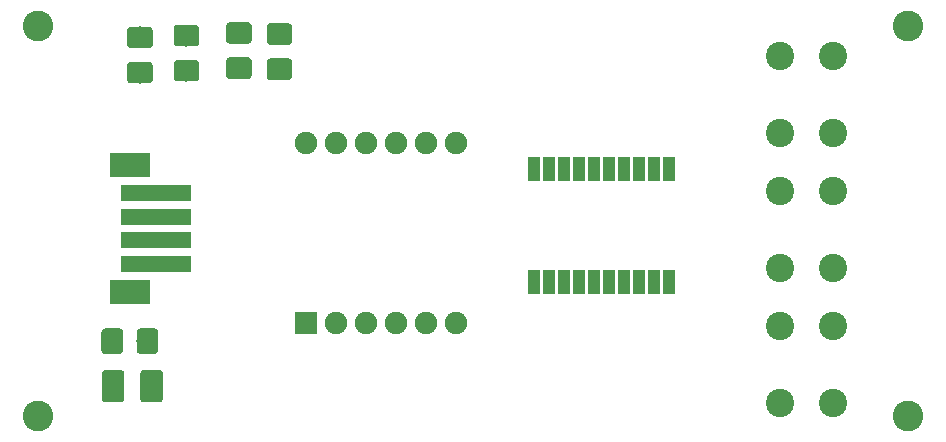
<source format=gbr>
G04 #@! TF.GenerationSoftware,KiCad,Pcbnew,5.0.0+dfsg1-2~bpo9+1*
G04 #@! TF.CreationDate,2018-09-21T22:54:25+03:00*
G04 #@! TF.ProjectId,client,636C69656E742E6B696361645F706362,rev?*
G04 #@! TF.SameCoordinates,Original*
G04 #@! TF.FileFunction,Soldermask,Bot*
G04 #@! TF.FilePolarity,Negative*
%FSLAX46Y46*%
G04 Gerber Fmt 4.6, Leading zero omitted, Abs format (unit mm)*
G04 Created by KiCad (PCBNEW 5.0.0+dfsg1-2~bpo9+1) date Fri Sep 21 22:54:25 2018*
%MOMM*%
%LPD*%
G01*
G04 APERTURE LIST*
%ADD10C,0.100000*%
%ADD11C,1.825000*%
%ADD12C,1.900000*%
%ADD13R,3.400000X2.000000*%
%ADD14R,5.900000X1.400000*%
%ADD15C,2.400000*%
%ADD16R,1.098500X1.997660*%
%ADD17R,1.900000X1.900000*%
%ADD18C,2.600000*%
G04 APERTURE END LIST*
D10*
G04 #@! TO.C,C4*
G36*
X102605207Y-61156542D02*
X102636287Y-61161152D01*
X102666766Y-61168787D01*
X102696350Y-61179372D01*
X102724754Y-61192806D01*
X102751704Y-61208959D01*
X102776942Y-61227677D01*
X102800223Y-61248777D01*
X102821323Y-61272058D01*
X102840041Y-61297296D01*
X102856194Y-61324246D01*
X102869628Y-61352650D01*
X102880213Y-61382234D01*
X102887848Y-61412713D01*
X102892458Y-61443793D01*
X102894000Y-61475176D01*
X102894000Y-62984824D01*
X102892458Y-63016207D01*
X102887848Y-63047287D01*
X102880213Y-63077766D01*
X102869628Y-63107350D01*
X102856194Y-63135754D01*
X102840041Y-63162704D01*
X102821323Y-63187942D01*
X102800223Y-63211223D01*
X102776942Y-63232323D01*
X102751704Y-63251041D01*
X102724754Y-63267194D01*
X102696350Y-63280628D01*
X102666766Y-63291213D01*
X102636287Y-63298848D01*
X102605207Y-63303458D01*
X102573824Y-63305000D01*
X101389176Y-63305000D01*
X101357793Y-63303458D01*
X101326713Y-63298848D01*
X101296234Y-63291213D01*
X101266650Y-63280628D01*
X101238246Y-63267194D01*
X101211296Y-63251041D01*
X101186058Y-63232323D01*
X101162777Y-63211223D01*
X101141677Y-63187942D01*
X101122959Y-63162704D01*
X101106806Y-63135754D01*
X101093372Y-63107350D01*
X101082787Y-63077766D01*
X101075152Y-63047287D01*
X101070542Y-63016207D01*
X101069000Y-62984824D01*
X101069000Y-61475176D01*
X101070542Y-61443793D01*
X101075152Y-61412713D01*
X101082787Y-61382234D01*
X101093372Y-61352650D01*
X101106806Y-61324246D01*
X101122959Y-61297296D01*
X101141677Y-61272058D01*
X101162777Y-61248777D01*
X101186058Y-61227677D01*
X101211296Y-61208959D01*
X101238246Y-61192806D01*
X101266650Y-61179372D01*
X101296234Y-61168787D01*
X101326713Y-61161152D01*
X101357793Y-61156542D01*
X101389176Y-61155000D01*
X102573824Y-61155000D01*
X102605207Y-61156542D01*
X102605207Y-61156542D01*
G37*
D11*
X101981500Y-62230000D03*
D10*
G36*
X99630207Y-61156542D02*
X99661287Y-61161152D01*
X99691766Y-61168787D01*
X99721350Y-61179372D01*
X99749754Y-61192806D01*
X99776704Y-61208959D01*
X99801942Y-61227677D01*
X99825223Y-61248777D01*
X99846323Y-61272058D01*
X99865041Y-61297296D01*
X99881194Y-61324246D01*
X99894628Y-61352650D01*
X99905213Y-61382234D01*
X99912848Y-61412713D01*
X99917458Y-61443793D01*
X99919000Y-61475176D01*
X99919000Y-62984824D01*
X99917458Y-63016207D01*
X99912848Y-63047287D01*
X99905213Y-63077766D01*
X99894628Y-63107350D01*
X99881194Y-63135754D01*
X99865041Y-63162704D01*
X99846323Y-63187942D01*
X99825223Y-63211223D01*
X99801942Y-63232323D01*
X99776704Y-63251041D01*
X99749754Y-63267194D01*
X99721350Y-63280628D01*
X99691766Y-63291213D01*
X99661287Y-63298848D01*
X99630207Y-63303458D01*
X99598824Y-63305000D01*
X98414176Y-63305000D01*
X98382793Y-63303458D01*
X98351713Y-63298848D01*
X98321234Y-63291213D01*
X98291650Y-63280628D01*
X98263246Y-63267194D01*
X98236296Y-63251041D01*
X98211058Y-63232323D01*
X98187777Y-63211223D01*
X98166677Y-63187942D01*
X98147959Y-63162704D01*
X98131806Y-63135754D01*
X98118372Y-63107350D01*
X98107787Y-63077766D01*
X98100152Y-63047287D01*
X98095542Y-63016207D01*
X98094000Y-62984824D01*
X98094000Y-61475176D01*
X98095542Y-61443793D01*
X98100152Y-61412713D01*
X98107787Y-61382234D01*
X98118372Y-61352650D01*
X98131806Y-61324246D01*
X98147959Y-61297296D01*
X98166677Y-61272058D01*
X98187777Y-61248777D01*
X98211058Y-61227677D01*
X98236296Y-61208959D01*
X98263246Y-61192806D01*
X98291650Y-61179372D01*
X98321234Y-61168787D01*
X98351713Y-61161152D01*
X98382793Y-61156542D01*
X98414176Y-61155000D01*
X99598824Y-61155000D01*
X99630207Y-61156542D01*
X99630207Y-61156542D01*
G37*
D11*
X99006500Y-62230000D03*
G04 #@! TD*
D10*
G04 #@! TO.C,C1*
G36*
X110514207Y-35230042D02*
X110545287Y-35234652D01*
X110575766Y-35242287D01*
X110605350Y-35252872D01*
X110633754Y-35266306D01*
X110660704Y-35282459D01*
X110685942Y-35301177D01*
X110709223Y-35322277D01*
X110730323Y-35345558D01*
X110749041Y-35370796D01*
X110765194Y-35397746D01*
X110778628Y-35426150D01*
X110789213Y-35455734D01*
X110796848Y-35486213D01*
X110801458Y-35517293D01*
X110803000Y-35548676D01*
X110803000Y-36733324D01*
X110801458Y-36764707D01*
X110796848Y-36795787D01*
X110789213Y-36826266D01*
X110778628Y-36855850D01*
X110765194Y-36884254D01*
X110749041Y-36911204D01*
X110730323Y-36936442D01*
X110709223Y-36959723D01*
X110685942Y-36980823D01*
X110660704Y-36999541D01*
X110633754Y-37015694D01*
X110605350Y-37029128D01*
X110575766Y-37039713D01*
X110545287Y-37047348D01*
X110514207Y-37051958D01*
X110482824Y-37053500D01*
X108973176Y-37053500D01*
X108941793Y-37051958D01*
X108910713Y-37047348D01*
X108880234Y-37039713D01*
X108850650Y-37029128D01*
X108822246Y-37015694D01*
X108795296Y-36999541D01*
X108770058Y-36980823D01*
X108746777Y-36959723D01*
X108725677Y-36936442D01*
X108706959Y-36911204D01*
X108690806Y-36884254D01*
X108677372Y-36855850D01*
X108666787Y-36826266D01*
X108659152Y-36795787D01*
X108654542Y-36764707D01*
X108653000Y-36733324D01*
X108653000Y-35548676D01*
X108654542Y-35517293D01*
X108659152Y-35486213D01*
X108666787Y-35455734D01*
X108677372Y-35426150D01*
X108690806Y-35397746D01*
X108706959Y-35370796D01*
X108725677Y-35345558D01*
X108746777Y-35322277D01*
X108770058Y-35301177D01*
X108795296Y-35282459D01*
X108822246Y-35266306D01*
X108850650Y-35252872D01*
X108880234Y-35242287D01*
X108910713Y-35234652D01*
X108941793Y-35230042D01*
X108973176Y-35228500D01*
X110482824Y-35228500D01*
X110514207Y-35230042D01*
X110514207Y-35230042D01*
G37*
D11*
X109728000Y-36141000D03*
D10*
G36*
X110514207Y-38205042D02*
X110545287Y-38209652D01*
X110575766Y-38217287D01*
X110605350Y-38227872D01*
X110633754Y-38241306D01*
X110660704Y-38257459D01*
X110685942Y-38276177D01*
X110709223Y-38297277D01*
X110730323Y-38320558D01*
X110749041Y-38345796D01*
X110765194Y-38372746D01*
X110778628Y-38401150D01*
X110789213Y-38430734D01*
X110796848Y-38461213D01*
X110801458Y-38492293D01*
X110803000Y-38523676D01*
X110803000Y-39708324D01*
X110801458Y-39739707D01*
X110796848Y-39770787D01*
X110789213Y-39801266D01*
X110778628Y-39830850D01*
X110765194Y-39859254D01*
X110749041Y-39886204D01*
X110730323Y-39911442D01*
X110709223Y-39934723D01*
X110685942Y-39955823D01*
X110660704Y-39974541D01*
X110633754Y-39990694D01*
X110605350Y-40004128D01*
X110575766Y-40014713D01*
X110545287Y-40022348D01*
X110514207Y-40026958D01*
X110482824Y-40028500D01*
X108973176Y-40028500D01*
X108941793Y-40026958D01*
X108910713Y-40022348D01*
X108880234Y-40014713D01*
X108850650Y-40004128D01*
X108822246Y-39990694D01*
X108795296Y-39974541D01*
X108770058Y-39955823D01*
X108746777Y-39934723D01*
X108725677Y-39911442D01*
X108706959Y-39886204D01*
X108690806Y-39859254D01*
X108677372Y-39830850D01*
X108666787Y-39801266D01*
X108659152Y-39770787D01*
X108654542Y-39739707D01*
X108653000Y-39708324D01*
X108653000Y-38523676D01*
X108654542Y-38492293D01*
X108659152Y-38461213D01*
X108666787Y-38430734D01*
X108677372Y-38401150D01*
X108690806Y-38372746D01*
X108706959Y-38345796D01*
X108725677Y-38320558D01*
X108746777Y-38297277D01*
X108770058Y-38276177D01*
X108795296Y-38257459D01*
X108822246Y-38241306D01*
X108850650Y-38227872D01*
X108880234Y-38217287D01*
X108910713Y-38209652D01*
X108941793Y-38205042D01*
X108973176Y-38203500D01*
X110482824Y-38203500D01*
X110514207Y-38205042D01*
X110514207Y-38205042D01*
G37*
D11*
X109728000Y-39116000D03*
G04 #@! TD*
D10*
G04 #@! TO.C,C2*
G36*
X102132207Y-35611042D02*
X102163287Y-35615652D01*
X102193766Y-35623287D01*
X102223350Y-35633872D01*
X102251754Y-35647306D01*
X102278704Y-35663459D01*
X102303942Y-35682177D01*
X102327223Y-35703277D01*
X102348323Y-35726558D01*
X102367041Y-35751796D01*
X102383194Y-35778746D01*
X102396628Y-35807150D01*
X102407213Y-35836734D01*
X102414848Y-35867213D01*
X102419458Y-35898293D01*
X102421000Y-35929676D01*
X102421000Y-37114324D01*
X102419458Y-37145707D01*
X102414848Y-37176787D01*
X102407213Y-37207266D01*
X102396628Y-37236850D01*
X102383194Y-37265254D01*
X102367041Y-37292204D01*
X102348323Y-37317442D01*
X102327223Y-37340723D01*
X102303942Y-37361823D01*
X102278704Y-37380541D01*
X102251754Y-37396694D01*
X102223350Y-37410128D01*
X102193766Y-37420713D01*
X102163287Y-37428348D01*
X102132207Y-37432958D01*
X102100824Y-37434500D01*
X100591176Y-37434500D01*
X100559793Y-37432958D01*
X100528713Y-37428348D01*
X100498234Y-37420713D01*
X100468650Y-37410128D01*
X100440246Y-37396694D01*
X100413296Y-37380541D01*
X100388058Y-37361823D01*
X100364777Y-37340723D01*
X100343677Y-37317442D01*
X100324959Y-37292204D01*
X100308806Y-37265254D01*
X100295372Y-37236850D01*
X100284787Y-37207266D01*
X100277152Y-37176787D01*
X100272542Y-37145707D01*
X100271000Y-37114324D01*
X100271000Y-35929676D01*
X100272542Y-35898293D01*
X100277152Y-35867213D01*
X100284787Y-35836734D01*
X100295372Y-35807150D01*
X100308806Y-35778746D01*
X100324959Y-35751796D01*
X100343677Y-35726558D01*
X100364777Y-35703277D01*
X100388058Y-35682177D01*
X100413296Y-35663459D01*
X100440246Y-35647306D01*
X100468650Y-35633872D01*
X100498234Y-35623287D01*
X100528713Y-35615652D01*
X100559793Y-35611042D01*
X100591176Y-35609500D01*
X102100824Y-35609500D01*
X102132207Y-35611042D01*
X102132207Y-35611042D01*
G37*
D11*
X101346000Y-36522000D03*
D10*
G36*
X102132207Y-38586042D02*
X102163287Y-38590652D01*
X102193766Y-38598287D01*
X102223350Y-38608872D01*
X102251754Y-38622306D01*
X102278704Y-38638459D01*
X102303942Y-38657177D01*
X102327223Y-38678277D01*
X102348323Y-38701558D01*
X102367041Y-38726796D01*
X102383194Y-38753746D01*
X102396628Y-38782150D01*
X102407213Y-38811734D01*
X102414848Y-38842213D01*
X102419458Y-38873293D01*
X102421000Y-38904676D01*
X102421000Y-40089324D01*
X102419458Y-40120707D01*
X102414848Y-40151787D01*
X102407213Y-40182266D01*
X102396628Y-40211850D01*
X102383194Y-40240254D01*
X102367041Y-40267204D01*
X102348323Y-40292442D01*
X102327223Y-40315723D01*
X102303942Y-40336823D01*
X102278704Y-40355541D01*
X102251754Y-40371694D01*
X102223350Y-40385128D01*
X102193766Y-40395713D01*
X102163287Y-40403348D01*
X102132207Y-40407958D01*
X102100824Y-40409500D01*
X100591176Y-40409500D01*
X100559793Y-40407958D01*
X100528713Y-40403348D01*
X100498234Y-40395713D01*
X100468650Y-40385128D01*
X100440246Y-40371694D01*
X100413296Y-40355541D01*
X100388058Y-40336823D01*
X100364777Y-40315723D01*
X100343677Y-40292442D01*
X100324959Y-40267204D01*
X100308806Y-40240254D01*
X100295372Y-40211850D01*
X100284787Y-40182266D01*
X100277152Y-40151787D01*
X100272542Y-40120707D01*
X100271000Y-40089324D01*
X100271000Y-38904676D01*
X100272542Y-38873293D01*
X100277152Y-38842213D01*
X100284787Y-38811734D01*
X100295372Y-38782150D01*
X100308806Y-38753746D01*
X100324959Y-38726796D01*
X100343677Y-38701558D01*
X100364777Y-38678277D01*
X100388058Y-38657177D01*
X100413296Y-38638459D01*
X100440246Y-38622306D01*
X100468650Y-38608872D01*
X100498234Y-38598287D01*
X100528713Y-38590652D01*
X100559793Y-38586042D01*
X100591176Y-38584500D01*
X102100824Y-38584500D01*
X102132207Y-38586042D01*
X102132207Y-38586042D01*
G37*
D11*
X101346000Y-39497000D03*
G04 #@! TD*
D10*
G04 #@! TO.C,C3*
G36*
X103000372Y-64666525D02*
X103031112Y-64671085D01*
X103061257Y-64678636D01*
X103090516Y-64689105D01*
X103118609Y-64702392D01*
X103145264Y-64718368D01*
X103170224Y-64736880D01*
X103193250Y-64757750D01*
X103214120Y-64780776D01*
X103232632Y-64805736D01*
X103248608Y-64832391D01*
X103261895Y-64860484D01*
X103272364Y-64889743D01*
X103279915Y-64919888D01*
X103284475Y-64950628D01*
X103286000Y-64981667D01*
X103286000Y-67098333D01*
X103284475Y-67129372D01*
X103279915Y-67160112D01*
X103272364Y-67190257D01*
X103261895Y-67219516D01*
X103248608Y-67247609D01*
X103232632Y-67274264D01*
X103214120Y-67299224D01*
X103193250Y-67322250D01*
X103170224Y-67343120D01*
X103145264Y-67361632D01*
X103118609Y-67377608D01*
X103090516Y-67390895D01*
X103061257Y-67401364D01*
X103031112Y-67408915D01*
X103000372Y-67413475D01*
X102969333Y-67415000D01*
X101702667Y-67415000D01*
X101671628Y-67413475D01*
X101640888Y-67408915D01*
X101610743Y-67401364D01*
X101581484Y-67390895D01*
X101553391Y-67377608D01*
X101526736Y-67361632D01*
X101501776Y-67343120D01*
X101478750Y-67322250D01*
X101457880Y-67299224D01*
X101439368Y-67274264D01*
X101423392Y-67247609D01*
X101410105Y-67219516D01*
X101399636Y-67190257D01*
X101392085Y-67160112D01*
X101387525Y-67129372D01*
X101386000Y-67098333D01*
X101386000Y-64981667D01*
X101387525Y-64950628D01*
X101392085Y-64919888D01*
X101399636Y-64889743D01*
X101410105Y-64860484D01*
X101423392Y-64832391D01*
X101439368Y-64805736D01*
X101457880Y-64780776D01*
X101478750Y-64757750D01*
X101501776Y-64736880D01*
X101526736Y-64718368D01*
X101553391Y-64702392D01*
X101581484Y-64689105D01*
X101610743Y-64678636D01*
X101640888Y-64671085D01*
X101671628Y-64666525D01*
X101702667Y-64665000D01*
X102969333Y-64665000D01*
X103000372Y-64666525D01*
X103000372Y-64666525D01*
G37*
D12*
X102336000Y-66040000D03*
D10*
G36*
X99750372Y-64666525D02*
X99781112Y-64671085D01*
X99811257Y-64678636D01*
X99840516Y-64689105D01*
X99868609Y-64702392D01*
X99895264Y-64718368D01*
X99920224Y-64736880D01*
X99943250Y-64757750D01*
X99964120Y-64780776D01*
X99982632Y-64805736D01*
X99998608Y-64832391D01*
X100011895Y-64860484D01*
X100022364Y-64889743D01*
X100029915Y-64919888D01*
X100034475Y-64950628D01*
X100036000Y-64981667D01*
X100036000Y-67098333D01*
X100034475Y-67129372D01*
X100029915Y-67160112D01*
X100022364Y-67190257D01*
X100011895Y-67219516D01*
X99998608Y-67247609D01*
X99982632Y-67274264D01*
X99964120Y-67299224D01*
X99943250Y-67322250D01*
X99920224Y-67343120D01*
X99895264Y-67361632D01*
X99868609Y-67377608D01*
X99840516Y-67390895D01*
X99811257Y-67401364D01*
X99781112Y-67408915D01*
X99750372Y-67413475D01*
X99719333Y-67415000D01*
X98452667Y-67415000D01*
X98421628Y-67413475D01*
X98390888Y-67408915D01*
X98360743Y-67401364D01*
X98331484Y-67390895D01*
X98303391Y-67377608D01*
X98276736Y-67361632D01*
X98251776Y-67343120D01*
X98228750Y-67322250D01*
X98207880Y-67299224D01*
X98189368Y-67274264D01*
X98173392Y-67247609D01*
X98160105Y-67219516D01*
X98149636Y-67190257D01*
X98142085Y-67160112D01*
X98137525Y-67129372D01*
X98136000Y-67098333D01*
X98136000Y-64981667D01*
X98137525Y-64950628D01*
X98142085Y-64919888D01*
X98149636Y-64889743D01*
X98160105Y-64860484D01*
X98173392Y-64832391D01*
X98189368Y-64805736D01*
X98207880Y-64780776D01*
X98228750Y-64757750D01*
X98251776Y-64736880D01*
X98276736Y-64718368D01*
X98303391Y-64702392D01*
X98331484Y-64689105D01*
X98360743Y-64678636D01*
X98390888Y-64671085D01*
X98421628Y-64666525D01*
X98452667Y-64665000D01*
X99719333Y-64665000D01*
X99750372Y-64666525D01*
X99750372Y-64666525D01*
G37*
D12*
X99086000Y-66040000D03*
G04 #@! TD*
D13*
G04 #@! TO.C,J1*
X100485000Y-58105000D03*
X100485000Y-47305000D03*
D14*
X102735000Y-55705000D03*
X102735000Y-53705000D03*
X102735000Y-51705000D03*
X102735000Y-49705000D03*
G04 #@! TD*
D10*
G04 #@! TO.C,R1*
G36*
X113943207Y-38295542D02*
X113974287Y-38300152D01*
X114004766Y-38307787D01*
X114034350Y-38318372D01*
X114062754Y-38331806D01*
X114089704Y-38347959D01*
X114114942Y-38366677D01*
X114138223Y-38387777D01*
X114159323Y-38411058D01*
X114178041Y-38436296D01*
X114194194Y-38463246D01*
X114207628Y-38491650D01*
X114218213Y-38521234D01*
X114225848Y-38551713D01*
X114230458Y-38582793D01*
X114232000Y-38614176D01*
X114232000Y-39798824D01*
X114230458Y-39830207D01*
X114225848Y-39861287D01*
X114218213Y-39891766D01*
X114207628Y-39921350D01*
X114194194Y-39949754D01*
X114178041Y-39976704D01*
X114159323Y-40001942D01*
X114138223Y-40025223D01*
X114114942Y-40046323D01*
X114089704Y-40065041D01*
X114062754Y-40081194D01*
X114034350Y-40094628D01*
X114004766Y-40105213D01*
X113974287Y-40112848D01*
X113943207Y-40117458D01*
X113911824Y-40119000D01*
X112402176Y-40119000D01*
X112370793Y-40117458D01*
X112339713Y-40112848D01*
X112309234Y-40105213D01*
X112279650Y-40094628D01*
X112251246Y-40081194D01*
X112224296Y-40065041D01*
X112199058Y-40046323D01*
X112175777Y-40025223D01*
X112154677Y-40001942D01*
X112135959Y-39976704D01*
X112119806Y-39949754D01*
X112106372Y-39921350D01*
X112095787Y-39891766D01*
X112088152Y-39861287D01*
X112083542Y-39830207D01*
X112082000Y-39798824D01*
X112082000Y-38614176D01*
X112083542Y-38582793D01*
X112088152Y-38551713D01*
X112095787Y-38521234D01*
X112106372Y-38491650D01*
X112119806Y-38463246D01*
X112135959Y-38436296D01*
X112154677Y-38411058D01*
X112175777Y-38387777D01*
X112199058Y-38366677D01*
X112224296Y-38347959D01*
X112251246Y-38331806D01*
X112279650Y-38318372D01*
X112309234Y-38307787D01*
X112339713Y-38300152D01*
X112370793Y-38295542D01*
X112402176Y-38294000D01*
X113911824Y-38294000D01*
X113943207Y-38295542D01*
X113943207Y-38295542D01*
G37*
D11*
X113157000Y-39206500D03*
D10*
G36*
X113943207Y-35320542D02*
X113974287Y-35325152D01*
X114004766Y-35332787D01*
X114034350Y-35343372D01*
X114062754Y-35356806D01*
X114089704Y-35372959D01*
X114114942Y-35391677D01*
X114138223Y-35412777D01*
X114159323Y-35436058D01*
X114178041Y-35461296D01*
X114194194Y-35488246D01*
X114207628Y-35516650D01*
X114218213Y-35546234D01*
X114225848Y-35576713D01*
X114230458Y-35607793D01*
X114232000Y-35639176D01*
X114232000Y-36823824D01*
X114230458Y-36855207D01*
X114225848Y-36886287D01*
X114218213Y-36916766D01*
X114207628Y-36946350D01*
X114194194Y-36974754D01*
X114178041Y-37001704D01*
X114159323Y-37026942D01*
X114138223Y-37050223D01*
X114114942Y-37071323D01*
X114089704Y-37090041D01*
X114062754Y-37106194D01*
X114034350Y-37119628D01*
X114004766Y-37130213D01*
X113974287Y-37137848D01*
X113943207Y-37142458D01*
X113911824Y-37144000D01*
X112402176Y-37144000D01*
X112370793Y-37142458D01*
X112339713Y-37137848D01*
X112309234Y-37130213D01*
X112279650Y-37119628D01*
X112251246Y-37106194D01*
X112224296Y-37090041D01*
X112199058Y-37071323D01*
X112175777Y-37050223D01*
X112154677Y-37026942D01*
X112135959Y-37001704D01*
X112119806Y-36974754D01*
X112106372Y-36946350D01*
X112095787Y-36916766D01*
X112088152Y-36886287D01*
X112083542Y-36855207D01*
X112082000Y-36823824D01*
X112082000Y-35639176D01*
X112083542Y-35607793D01*
X112088152Y-35576713D01*
X112095787Y-35546234D01*
X112106372Y-35516650D01*
X112119806Y-35488246D01*
X112135959Y-35461296D01*
X112154677Y-35436058D01*
X112175777Y-35412777D01*
X112199058Y-35391677D01*
X112224296Y-35372959D01*
X112251246Y-35356806D01*
X112279650Y-35343372D01*
X112309234Y-35332787D01*
X112339713Y-35325152D01*
X112370793Y-35320542D01*
X112402176Y-35319000D01*
X113911824Y-35319000D01*
X113943207Y-35320542D01*
X113943207Y-35320542D01*
G37*
D11*
X113157000Y-36231500D03*
G04 #@! TD*
D10*
G04 #@! TO.C,R2*
G36*
X106069207Y-38422542D02*
X106100287Y-38427152D01*
X106130766Y-38434787D01*
X106160350Y-38445372D01*
X106188754Y-38458806D01*
X106215704Y-38474959D01*
X106240942Y-38493677D01*
X106264223Y-38514777D01*
X106285323Y-38538058D01*
X106304041Y-38563296D01*
X106320194Y-38590246D01*
X106333628Y-38618650D01*
X106344213Y-38648234D01*
X106351848Y-38678713D01*
X106356458Y-38709793D01*
X106358000Y-38741176D01*
X106358000Y-39925824D01*
X106356458Y-39957207D01*
X106351848Y-39988287D01*
X106344213Y-40018766D01*
X106333628Y-40048350D01*
X106320194Y-40076754D01*
X106304041Y-40103704D01*
X106285323Y-40128942D01*
X106264223Y-40152223D01*
X106240942Y-40173323D01*
X106215704Y-40192041D01*
X106188754Y-40208194D01*
X106160350Y-40221628D01*
X106130766Y-40232213D01*
X106100287Y-40239848D01*
X106069207Y-40244458D01*
X106037824Y-40246000D01*
X104528176Y-40246000D01*
X104496793Y-40244458D01*
X104465713Y-40239848D01*
X104435234Y-40232213D01*
X104405650Y-40221628D01*
X104377246Y-40208194D01*
X104350296Y-40192041D01*
X104325058Y-40173323D01*
X104301777Y-40152223D01*
X104280677Y-40128942D01*
X104261959Y-40103704D01*
X104245806Y-40076754D01*
X104232372Y-40048350D01*
X104221787Y-40018766D01*
X104214152Y-39988287D01*
X104209542Y-39957207D01*
X104208000Y-39925824D01*
X104208000Y-38741176D01*
X104209542Y-38709793D01*
X104214152Y-38678713D01*
X104221787Y-38648234D01*
X104232372Y-38618650D01*
X104245806Y-38590246D01*
X104261959Y-38563296D01*
X104280677Y-38538058D01*
X104301777Y-38514777D01*
X104325058Y-38493677D01*
X104350296Y-38474959D01*
X104377246Y-38458806D01*
X104405650Y-38445372D01*
X104435234Y-38434787D01*
X104465713Y-38427152D01*
X104496793Y-38422542D01*
X104528176Y-38421000D01*
X106037824Y-38421000D01*
X106069207Y-38422542D01*
X106069207Y-38422542D01*
G37*
D11*
X105283000Y-39333500D03*
D10*
G36*
X106069207Y-35447542D02*
X106100287Y-35452152D01*
X106130766Y-35459787D01*
X106160350Y-35470372D01*
X106188754Y-35483806D01*
X106215704Y-35499959D01*
X106240942Y-35518677D01*
X106264223Y-35539777D01*
X106285323Y-35563058D01*
X106304041Y-35588296D01*
X106320194Y-35615246D01*
X106333628Y-35643650D01*
X106344213Y-35673234D01*
X106351848Y-35703713D01*
X106356458Y-35734793D01*
X106358000Y-35766176D01*
X106358000Y-36950824D01*
X106356458Y-36982207D01*
X106351848Y-37013287D01*
X106344213Y-37043766D01*
X106333628Y-37073350D01*
X106320194Y-37101754D01*
X106304041Y-37128704D01*
X106285323Y-37153942D01*
X106264223Y-37177223D01*
X106240942Y-37198323D01*
X106215704Y-37217041D01*
X106188754Y-37233194D01*
X106160350Y-37246628D01*
X106130766Y-37257213D01*
X106100287Y-37264848D01*
X106069207Y-37269458D01*
X106037824Y-37271000D01*
X104528176Y-37271000D01*
X104496793Y-37269458D01*
X104465713Y-37264848D01*
X104435234Y-37257213D01*
X104405650Y-37246628D01*
X104377246Y-37233194D01*
X104350296Y-37217041D01*
X104325058Y-37198323D01*
X104301777Y-37177223D01*
X104280677Y-37153942D01*
X104261959Y-37128704D01*
X104245806Y-37101754D01*
X104232372Y-37073350D01*
X104221787Y-37043766D01*
X104214152Y-37013287D01*
X104209542Y-36982207D01*
X104208000Y-36950824D01*
X104208000Y-35766176D01*
X104209542Y-35734793D01*
X104214152Y-35703713D01*
X104221787Y-35673234D01*
X104232372Y-35643650D01*
X104245806Y-35615246D01*
X104261959Y-35588296D01*
X104280677Y-35563058D01*
X104301777Y-35539777D01*
X104325058Y-35518677D01*
X104350296Y-35499959D01*
X104377246Y-35483806D01*
X104405650Y-35470372D01*
X104435234Y-35459787D01*
X104465713Y-35452152D01*
X104496793Y-35447542D01*
X104528176Y-35446000D01*
X106037824Y-35446000D01*
X106069207Y-35447542D01*
X106069207Y-35447542D01*
G37*
D11*
X105283000Y-36358500D03*
G04 #@! TD*
D15*
G04 #@! TO.C,SW1*
X160020000Y-44600000D03*
X155520000Y-44600000D03*
X160020000Y-38100000D03*
X155520000Y-38100000D03*
G04 #@! TD*
G04 #@! TO.C,SW2*
X160020000Y-56030000D03*
X155520000Y-56030000D03*
X160020000Y-49530000D03*
X155520000Y-49530000D03*
G04 #@! TD*
G04 #@! TO.C,SW3*
X160020000Y-67460000D03*
X155520000Y-67460000D03*
X160020000Y-60960000D03*
X155520000Y-60960000D03*
G04 #@! TD*
D16*
G04 #@! TO.C,U1*
X146174460Y-47652940D03*
X144904460Y-47652940D03*
X143634460Y-47652940D03*
X142364460Y-47652940D03*
X141094460Y-47652940D03*
X139829540Y-47652940D03*
X138559540Y-47652940D03*
X137289540Y-47652940D03*
X136019540Y-47652940D03*
X134749540Y-47652940D03*
X134749540Y-57249060D03*
X136019540Y-57249060D03*
X137289540Y-57249060D03*
X138559540Y-57249060D03*
X139829540Y-57249060D03*
X141094460Y-57249060D03*
X142364460Y-57249060D03*
X143634460Y-57249060D03*
X144904460Y-57249060D03*
X146174460Y-57249060D03*
G04 #@! TD*
D12*
G04 #@! TO.C,U2*
X115443000Y-45466000D03*
X117983000Y-45466000D03*
X120523000Y-45466000D03*
X123063000Y-45466000D03*
X125603000Y-45466000D03*
X128143000Y-45466000D03*
X128143000Y-60706000D03*
X125603000Y-60706000D03*
X123063000Y-60706000D03*
X120523000Y-60706000D03*
X117983000Y-60706000D03*
D17*
X115443000Y-60706000D03*
G04 #@! TD*
D18*
G04 #@! TO.C,REF3*
X166370000Y-35560000D03*
G04 #@! TD*
G04 #@! TO.C,REF*
X166370000Y-68580000D03*
G04 #@! TD*
G04 #@! TO.C,REF2*
X92710000Y-68580000D03*
G04 #@! TD*
G04 #@! TO.C,REF1*
X92710000Y-35560000D03*
G04 #@! TD*
M02*

</source>
